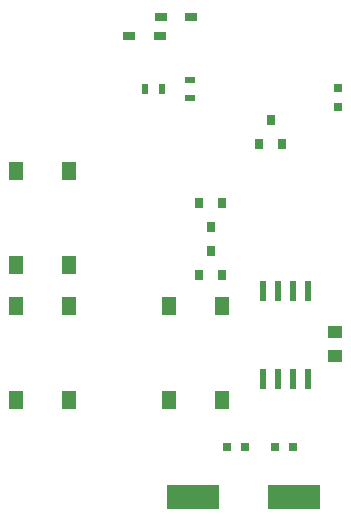
<source format=gbr>
G04 #@! TF.FileFunction,Paste,Top*
%FSLAX46Y46*%
G04 Gerber Fmt 4.6, Leading zero omitted, Abs format (unit mm)*
G04 Created by KiCad (PCBNEW 4.0.7+dfsg1-1) date Wed Apr 18 03:17:49 2018*
%MOMM*%
%LPD*%
G01*
G04 APERTURE LIST*
%ADD10C,0.100000*%
%ADD11R,0.550000X1.750000*%
%ADD12R,1.300000X1.550000*%
%ADD13R,0.800000X0.900000*%
%ADD14R,1.000000X0.720000*%
%ADD15R,4.500000X2.000000*%
%ADD16R,0.800000X0.750000*%
%ADD17R,0.800000X0.800000*%
%ADD18R,0.500000X0.900000*%
%ADD19R,0.900000X0.500000*%
%ADD20R,1.250000X1.000000*%
G04 APERTURE END LIST*
D10*
D11*
X155448000Y-99221000D03*
X156718000Y-99221000D03*
X157988000Y-99221000D03*
X159258000Y-99221000D03*
X159258000Y-91821000D03*
X157988000Y-91821000D03*
X156718000Y-91821000D03*
X155448000Y-91821000D03*
D12*
X151983000Y-101008000D03*
X147483000Y-101008000D03*
X147483000Y-93048000D03*
X151983000Y-93048000D03*
X139029000Y-101008000D03*
X134529000Y-101008000D03*
X134529000Y-93048000D03*
X139029000Y-93048000D03*
X139029000Y-89578000D03*
X134529000Y-89578000D03*
X134529000Y-81618000D03*
X139029000Y-81618000D03*
D13*
X150053000Y-90408000D03*
X151953000Y-90408000D03*
X151003000Y-88408000D03*
X151953000Y-84344000D03*
X150053000Y-84344000D03*
X151003000Y-86344000D03*
D14*
X149382000Y-68580000D03*
X146782000Y-68580000D03*
X146715000Y-70231000D03*
X144115000Y-70231000D03*
D15*
X149547000Y-109220000D03*
X158047000Y-109220000D03*
D16*
X152412000Y-105029000D03*
X153912000Y-105029000D03*
X156476000Y-105029000D03*
X157976000Y-105029000D03*
D17*
X161798000Y-74638000D03*
X161798000Y-76238000D03*
D18*
X146927000Y-74676000D03*
X145427000Y-74676000D03*
D19*
X149225000Y-73926000D03*
X149225000Y-75426000D03*
D20*
X161544000Y-95266000D03*
X161544000Y-97266000D03*
D13*
X155133000Y-79359000D03*
X157033000Y-79359000D03*
X156083000Y-77359000D03*
M02*

</source>
